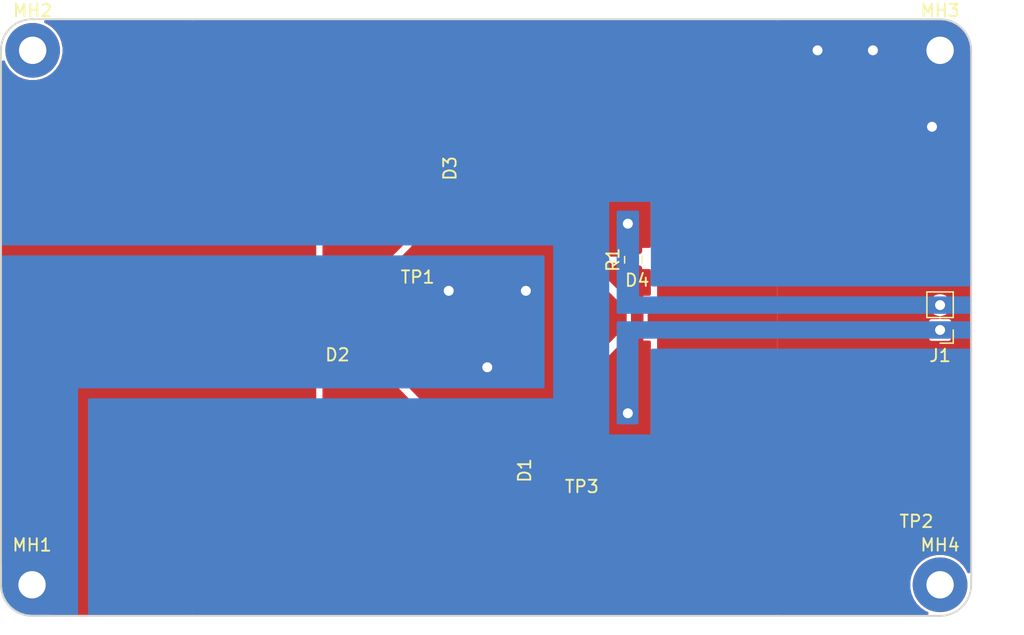
<source format=kicad_pcb>
(kicad_pcb (version 20171130) (host pcbnew 5.0.0)
  (layers (0 F.Cu signal) (31 B.Cu signal) (34 B.Paste user) (35 F.Paste user) (36 B.SilkS user) (37 F.SilkS user) (38 B.Mask user) (39 F.Mask user) (44 Edge.Cuts user))
  (net 0 "")
  (net 1 GND)
  (net 2 VCC)
  (net 3 "Net-(J1-Pad1)")
  (net 4 "Net-(J1-Pad2)")
  (net 5 "Net-(MH2-Pad1)")
  (net 6 "Net-(MH4-Pad1)")
  (net 7 therm)
  (module lt_foots:om_mantra (layer F.Cu) (at 159.1 35.7 270)
    (fp_text reference G*** hide)
    (fp_text value LOGO hide)
  )
  (module lt_foots:1_pad_smd (layer F.Cu) (at 138.4 47.7)
    (fp_text reference TP3 (at 0 2.2) (layer F.SilkS))
    (fp_text value THERM)
    (pad 1 smd rect (at 0 0) (size 1 1) (layers F.Cu F.Paste F.Mask) (net 7 therm))
  )
  (module Connector_PinHeader_2.00mm:PinHeader_1x02_P2.00mm_Vertical (layer F.Cu) (at 167.2 37.3 180)
    (fp_text reference J1 (at 0 -2.06 180) (layer F.SilkS))
    (fp_text value Conn_01x02_Male)
    (fp_line (start -1.06 3.06) (end 1.06 3.06) (layer F.SilkS) (width 0.12))
    (fp_line (start -1.06 1) (end -1.06 3.06) (layer F.SilkS) (width 0.12))
    (fp_line (start 1.06 1) (end 1.06 3.06) (layer F.SilkS) (width 0.12))
    (fp_line (start -1.06 1) (end 1.06 1) (layer F.SilkS) (width 0.12))
    (fp_line (start -1.06 0) (end -1.06 -1.06) (layer F.SilkS) (width 0.12))
    (fp_line (start -1.06 -1.06) (end 0 -1.06) (layer F.SilkS) (width 0.12))
    (pad 1 thru_hole rect (at 0 0 180) (size 1.35 1.35) (drill 0.8) (layers *.Cu *.Mask) (net 3 "Net-(J1-Pad1)"))
    (pad 2 thru_hole oval (at 0 2 180) (size 1.35 1.35) (drill 0.8) (layers *.Cu *.Mask) (net 4 "Net-(J1-Pad2)"))
  )
  (module MountingHole:MountingHole_2.2mm_M2_Pad (layer F.Cu) (at 94.2 57.8)
    (fp_text reference MH1 (at 0 -3.2) (layer F.SilkS))
    (fp_text value VCC)
    (pad 1 thru_hole circle (at 0 0) (size 4.4 4.4) (drill 2.2) (layers *.Cu *.Mask) (net 2 VCC) (clearance 0.508))
  )
  (module MountingHole:MountingHole_2.2mm_M2_Pad (layer F.Cu) (at 94.25 14.8)
    (fp_text reference MH2 (at 0 -3.2) (layer F.SilkS))
    (fp_text value GND)
    (pad 1 thru_hole circle (at 0 0) (size 4.4 4.4) (drill 2.2) (layers *.Cu *.Mask) (net 5 "Net-(MH2-Pad1)"))
  )
  (module MountingHole:MountingHole_2.2mm_M2_Pad (layer F.Cu) (at 167.2 14.8)
    (fp_text reference MH3 (at 0 -3.2) (layer F.SilkS))
    (fp_text value SOURCE)
    (pad 1 thru_hole circle (at 0 0) (size 4.4 4.4) (drill 2.2) (layers *.Cu *.Mask) (net 1 GND))
  )
  (module MountingHole:MountingHole_2.2mm_M2_Pad (layer F.Cu) (at 167.2 57.8)
    (fp_text reference MH4 (at 0 -3.2) (layer F.SilkS))
    (fp_text value GND)
    (pad 1 thru_hole circle (at 0 0) (size 4.4 4.4) (drill 2.2) (layers *.Cu *.Mask) (net 6 "Net-(MH4-Pad1)"))
  )
  (module Resistor_SMD:R_0805_2012Metric_Pad1.15x1.40mm_HandSolder (layer F.Cu) (at 142.55 31.65 90)
    (fp_text reference R1 (at 0 -1.65 90) (layer F.SilkS))
    (fp_text value R)
    (fp_line (start -0.261252 0.71) (end 0.261252 0.71) (layer F.SilkS) (width 0.12))
    (fp_line (start -0.261252 -0.71) (end 0.261252 -0.71) (layer F.SilkS) (width 0.12))
    (pad 2 smd roundrect (at 1.025 0 90) (size 1.15 1.4) (layers F.Cu F.Paste F.Mask) (roundrect_rratio 0.217391) (net 4 "Net-(J1-Pad2)"))
    (pad 1 smd roundrect (at -1.025 0 90) (size 1.15 1.4) (layers F.Cu F.Paste F.Mask) (roundrect_rratio 0.217391) (net 3 "Net-(J1-Pad1)"))
  )
  (module lt_foots:1_pad_smd (layer F.Cu) (at 125.2 30.85)
    (fp_text reference TP1 (at 0 2.2) (layer F.SilkS))
    (fp_text value VCC)
    (pad 1 smd rect (at 0 0) (size 1 1) (layers F.Cu F.Paste F.Mask) (net 2 VCC))
  )
  (module lt_foots:1_pad_smd (layer F.Cu) (at 165.3 50.5)
    (fp_text reference TP2 (at 0 2.2) (layer F.SilkS))
    (fp_text value SOURCE)
    (pad 1 smd rect (at 0 0) (size 1 1) (layers F.Cu F.Paste F.Mask) (net 1 GND))
  )
  (module lt_foots:LED_osram_oslon_ssl_powerled (layer F.Cu) (at 130.8 48.6 90)
    (fp_text reference D1 (at 0 3 90) (layer F.SilkS))
    (fp_text value LED)
    (pad 1 smd rect (at -1.2 0 90) (size 0.7 2.7) (layers F.Cu F.Paste F.Mask) (net 1 GND))
    (pad 3 smd rect (at 0 0 90) (size 1 2.7) (layers F.Cu F.Paste F.Mask) (net 7 therm))
    (pad 2 smd rect (at 1.2 0 90) (size 0.7 2.7) (layers F.Cu F.Paste F.Mask) (net 2 VCC))
  )
  (module lt_foots:LED_osram_oslon_ssl_powerled (layer F.Cu) (at 118.75 36.3)
    (fp_text reference D2 (at 0 3) (layer F.SilkS))
    (fp_text value LED)
    (pad 2 smd rect (at 1.2 0) (size 0.7 2.7) (layers F.Cu F.Paste F.Mask) (net 2 VCC))
    (pad 3 smd rect (at 0 0) (size 1 2.7) (layers F.Cu F.Paste F.Mask) (net 7 therm))
    (pad 1 smd rect (at -1.2 0) (size 0.7 2.7) (layers F.Cu F.Paste F.Mask) (net 1 GND))
  )
  (module lt_foots:LED_osram_oslon_ssl_powerled (layer F.Cu) (at 130.8 24.3 270)
    (fp_text reference D3 (at 0 3 270) (layer F.SilkS))
    (fp_text value LED)
    (pad 1 smd rect (at -1.2 0 270) (size 0.7 2.7) (layers F.Cu F.Paste F.Mask) (net 1 GND))
    (pad 3 smd rect (at 0 0 270) (size 1 2.7) (layers F.Cu F.Paste F.Mask) (net 7 therm))
    (pad 2 smd rect (at 1.2 0 270) (size 0.7 2.7) (layers F.Cu F.Paste F.Mask) (net 2 VCC))
  )
  (module lt_foots:LED_osram_oslon_ssl_powerled (layer F.Cu) (at 142.85 36.3 180)
    (fp_text reference D4 (at 0 3 180) (layer F.SilkS))
    (fp_text value LED)
    (pad 2 smd rect (at 1.2 0 180) (size 0.7 2.7) (layers F.Cu F.Paste F.Mask) (net 2 VCC))
    (pad 3 smd rect (at 0 0 180) (size 1 2.7) (layers F.Cu F.Paste F.Mask) (net 3 "Net-(J1-Pad1)"))
    (pad 1 smd rect (at -1.2 0 180) (size 0.7 2.7) (layers F.Cu F.Paste F.Mask) (net 1 GND))
  )
  (module lt_foots:mandala (layer F.Cu) (at 130.75 36.3)
    (fp_text reference G*** hide)
    (fp_text value LOGO hide)
  )
  (module lt_foots:om_mantra (layer F.Cu) (at 102.2 37.05 90)
    (fp_text reference G*** hide)
    (fp_text value LOGO hide)
  )
  (gr_line (start 169.7 57.8) (end 169.7 14.8) (layer Edge.Cuts) (width 0.15))
  (gr_line (start 94.2 60.3) (end 167.2 60.3) (layer Edge.Cuts) (width 0.15))
  (gr_line (start 91.7 14.8) (end 91.7 57.8) (layer Edge.Cuts) (width 0.15))
  (gr_line (start 167.2 12.3) (end 94.2 12.3) (layer Edge.Cuts) (width 0.15))
  (gr_arc (start 94.2 14.8) (end 94.2 12.3) (angle -90) (layer Edge.Cuts) (width 0.15))
  (gr_arc (start 94.2 57.8) (end 91.7 57.8) (angle -90) (layer Edge.Cuts) (width 0.15))
  (gr_arc (start 167.2 57.8) (end 167.2 60.3) (angle -90) (layer Edge.Cuts) (width 0.15))
  (gr_arc (start 167.2 14.8) (end 169.7 14.8) (angle -90) (layer Edge.Cuts) (width 0.15))
  (segment (start 167.2 14.8) (end 166.3 14.8) (width 0.4) (layer F.Cu) (net 1))
  (segment (start 167.2 14.8) (end 166.7 14.8) (width 0.4) (layer F.Cu) (net 1))
  (via (at 166.55 20.95) (size 1.4) (drill 0.8) (layers F.Cu B.Cu) (net 1))
  (via (at 157.349999 14.8) (size 1.4) (drill 0.8) (layers F.Cu B.Cu) (net 1))
  (via (at 161.8 14.8) (size 1.4) (drill 0.8) (layers F.Cu B.Cu) (net 1))
  (segment (start 119.8 36.3) (end 141.8 36.3) (width 0.25) (layer F.Cu) (net 2))
  (segment (start 130.8 25.3) (end 130.8 47.3) (width 0.25) (layer F.Cu) (net 2))
  (via (at 127.7 34.15) (size 1.4) (drill 0.8) (layers F.Cu B.Cu) (net 2))
  (via (at 133.900002 34.15) (size 1.4) (drill 0.8) (layers F.Cu B.Cu) (net 2))
  (segment (start 127.7 34.15) (end 133.900002 34.15) (width 0.4) (layer B.Cu) (net 2))
  (via (at 130.8 40.3) (size 1.4) (drill 0.8) (layers F.Cu B.Cu) (net 2))
  (segment (start 127.7 34.15) (end 127.7 37.2) (width 0.4) (layer B.Cu) (net 2))
  (segment (start 127.7 37.2) (end 130.100001 39.600001) (width 0.4) (layer B.Cu) (net 2))
  (segment (start 130.100001 39.600001) (end 130.8 40.3) (width 0.4) (layer B.Cu) (net 2))
  (segment (start 94.2 57.8) (end 94.2 42.5) (width 0.4) (layer B.Cu) (net 2))
  (segment (start 130.100001 40.999999) (end 130.8 40.3) (width 0.4) (layer B.Cu) (net 2))
  (segment (start 95.700001 40.999999) (end 130.100001 40.999999) (width 0.4) (layer B.Cu) (net 2))
  (segment (start 94.2 42.5) (end 95.700001 40.999999) (width 0.4) (layer B.Cu) (net 2))
  (segment (start 142.7 36) (end 142.8 36.1) (width 0.4) (layer F.Cu) (net 3))
  (segment (start 142.8 33.275) (end 142.8 36.1) (width 0.4) (layer F.Cu) (net 3))
  (via (at 142.1 44.000004) (size 1.4) (drill 0.8) (layers F.Cu B.Cu) (net 3))
  (segment (start 142.8 36.1) (end 142.799999 43.300005) (width 0.4) (layer F.Cu) (net 3))
  (segment (start 167.2 37.3) (end 148.800004 37.3) (width 0.4) (layer B.Cu) (net 3))
  (segment (start 142.799999 43.300005) (end 142.1 44.000004) (width 0.4) (layer F.Cu) (net 3))
  (segment (start 143 35.3) (end 166.245406 35.3) (width 0.4) (layer B.Cu) (net 4))
  (segment (start 166.245406 35.3) (end 167.2 35.3) (width 0.4) (layer B.Cu) (net 4))
  (via (at 142.099996 28.75) (size 1.4) (drill 0.8) (layers F.Cu B.Cu) (net 4))
  (segment (start 142.799995 29.449999) (end 142.099996 28.75) (width 0.4) (layer F.Cu) (net 4))
  (segment (start 142.8 29.450004) (end 142.799995 29.449999) (width 0.4) (layer F.Cu) (net 4))
  (zone (net 1) (net_name GND) (layer F.Cu) (priority 1) (connect_pads yes (clearance 0)) (min_thickness 0.254) (fill yes (arc_segments 32) (thermal_gap 0) (thermal_bridge_width 0.508))
    (polygon (pts (xy 169.7 60.3) (xy 154.1 60.3) (xy 154.1 12.3) (xy 169.7 12.3)))
  )
  (zone (net 1) (net_name GND) (layer F.Cu) (priority 1) (connect_pads yes (clearance 0)) (min_thickness 0.254) (fill yes (arc_segments 32) (thermal_gap 0) (thermal_bridge_width 0.508))
    (polygon (pts (xy 107.1 60.3) (xy 91.7 60.3) (xy 91.7 12.3) (xy 107.1 12.3)))
  )
  (zone (net 1) (net_name GND) (layer F.Cu) (connect_pads yes (clearance 0)) (min_thickness 0.254) (fill yes (arc_segments 32) (thermal_gap 0) (thermal_bridge_width 0.508))
    (polygon (pts (xy 154.1 60.3) (xy 107.1 60.3) (xy 107.1 13.6) (xy 97.1 13.6) (xy 97.1 12.3) (xy 154.1 12.3)))
    (polygon (pts (xy 117.05 22.7) (xy 117.05 34.95) (xy 117.9 34.95) (xy 117.9 37.65) (xy 117.05 37.65) (xy 117.05 50.1) (xy 129.45 50.1) (xy 129.45 49.45) (xy 132.15 49.45) (xy 132.15 50.1) (xy 144.45 50.1) (xy 144.45 37.65) (xy 143.7 37.65) (xy 143.7 34.95) (xy 144.45 34.95) (xy 144.45 22.7) (xy 132.15 22.7) (xy 132.15 23.45) (xy 129.45 23.45) (xy 129.45 22.7)))
  )
  (zone (net 2) (net_name VCC) (layer B.Cu) (connect_pads yes (clearance 0)) (min_thickness 0.254) (fill yes (arc_segments 32) (thermal_gap 0) (thermal_bridge_width 0.508))
    (polygon (pts (xy 91.7 60.3) (xy 91.7 31.3) (xy 135.4 31.3) (xy 135.4 42) (xy 97.9 42) (xy 97.9 60.3)))
  )
  (zone (net 4) (net_name "Net-(J1-Pad2)") (layer B.Cu) (connect_pads yes (clearance 0)) (min_thickness 0.254) (fill yes (arc_segments 32) (thermal_gap 0) (thermal_bridge_width 0.508))
    (polygon (pts (xy 169.7 36) (xy 141.2 36) (xy 141.2 27.7) (xy 143 27.7) (xy 143 34.6) (xy 169.7 34.6)))
  )
  (zone (net 3) (net_name "Net-(J1-Pad1)") (layer B.Cu) (connect_pads yes (clearance 0)) (min_thickness 0.254) (fill yes (arc_segments 32) (thermal_gap 0) (thermal_bridge_width 0.508))
    (polygon (pts (xy 169.7 36.6) (xy 169.7 38) (xy 142.95 38) (xy 142.95 44.9) (xy 141.2 44.9) (xy 141.2 36.6)))
  )
  (zone (net 1) (net_name GND) (layer B.Cu) (connect_pads yes (clearance 0)) (min_thickness 0.254) (fill yes (arc_segments 32) (thermal_gap 0) (thermal_bridge_width 0.508))
    (polygon (pts (xy 169.7 12.3) (xy 169.7 33.8) (xy 143.95 33.8) (xy 143.95 27) (xy 140.6 27) (xy 140.6 45.7) (xy 143.95 45.7) (xy 143.95 38.8) (xy 169.7 38.8) (xy 169.7 55) (xy 169.7 60.3) (xy 98.7 60.3) (xy 98.7 42.8) (xy 136.1 42.8) (xy 136.1 30.5) (xy 91.7 30.5) (xy 91.7 17.5) (xy 91.7 12.3)))
  )
  (zone (net 2) (net_name VCC) (layer F.Cu) (connect_pads yes (clearance 0)) (min_thickness 0.254) (fill yes (arc_segments 32) (thermal_gap 0) (thermal_bridge_width 0.508))
    (polygon (pts (xy 119.6 34.95) (xy 120.3 34.95) (xy 129.45 25.85) (xy 129.45 25.15) (xy 132.15 25.15) (xy 132.15 25.85) (xy 141.3 34.95) (xy 142 34.95) (xy 142 37.65) (xy 141.3 37.65) (xy 132.15 47.05) (xy 132.15 47.75) (xy 129.45 47.75) (xy 129.45 47.05) (xy 120.3 37.65) (xy 119.6 37.65)))
  )
  (zone (net 3) (net_name "Net-(J1-Pad1)") (layer F.Cu) (connect_pads yes (clearance 0)) (min_thickness 0.254) (fill yes (arc_segments 32) (thermal_gap 0) (thermal_bridge_width 0.508))
    (polygon (pts (xy 141.75 38.15) (xy 142.35 38.15) (xy 142.35 34.45) (xy 141.7 34.45) (xy 139.1 31.9) (xy 141.6 31.9) (xy 141.6 32.4) (xy 143.95 32.4) (xy 143.95 34.55) (xy 143.35 34.55) (xy 143.35 38.15) (xy 143.95 38.15) (xy 143.95 49.25) (xy 137.3 42.75)))
  )
  (zone (net 7) (net_name therm) (layer F.Cu) (connect_pads yes (clearance 0)) (min_thickness 0.254) (fill yes (arc_segments 32) (thermal_gap 0) (thermal_bridge_width 0.508))
    (polygon (pts (xy 128.95 49.6) (xy 117.55 49.6) (xy 117.55 38.15) (xy 118.25 38.15) (xy 118.25 34.45) (xy 117.55 34.45) (xy 117.55 23.2) (xy 128.95 23.2) (xy 128.95 23.8) (xy 132.65 23.8) (xy 132.65 23.2) (xy 143.55 23.2) (xy 136.9 29.7) (xy 132.65 25.55) (xy 132.65 24.8) (xy 128.95 24.8) (xy 128.95 25.55) (xy 120.1 34.45) (xy 119.25 34.45) (xy 119.25 38.15) (xy 119.95 38.15) (xy 128.95 47.4) (xy 128.95 48.1) (xy 132.65 48.1) (xy 132.65 47.4) (xy 136.9 43.15) (xy 143.6 49.6) (xy 132.65 49.6) (xy 132.65 49.1) (xy 128.95 49.1)))
  )
  (zone (net 4) (net_name "Net-(J1-Pad2)") (layer F.Cu) (connect_pads yes (clearance 0)) (min_thickness 0.254) (fill yes (arc_segments 32) (thermal_gap 0) (thermal_bridge_width 0.508))
    (polygon (pts (xy 143.95 30.7) (xy 141.6 30.7) (xy 141.65 31.4) (xy 138.6 31.4) (xy 137.3 30.1) (xy 143.95 23.6)))
  )
)
</source>
